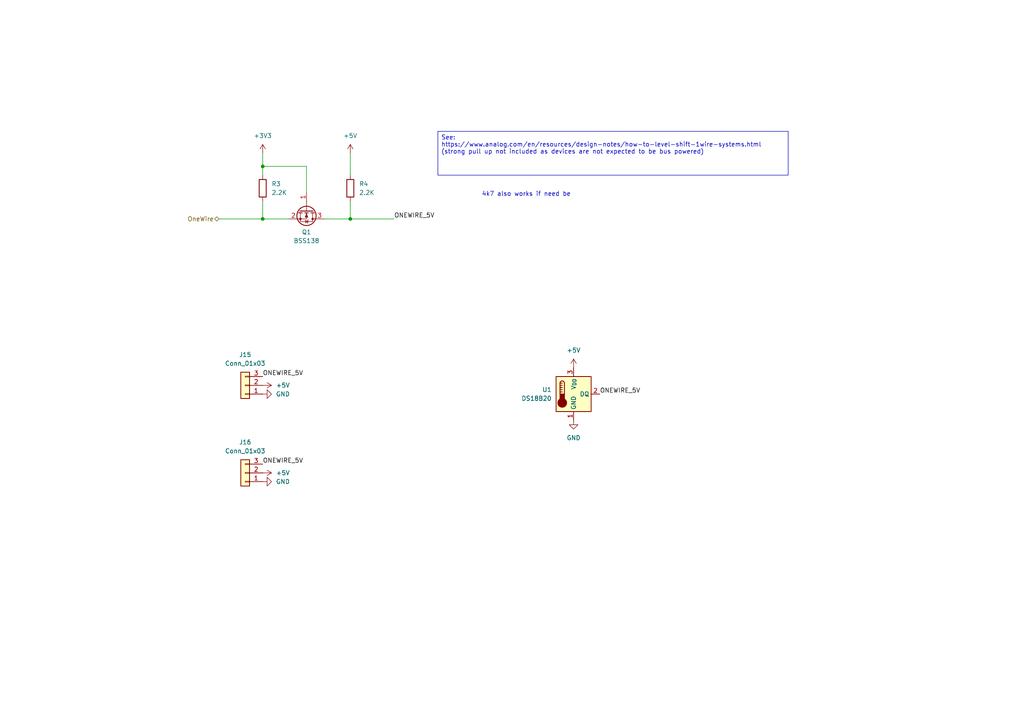
<source format=kicad_sch>
(kicad_sch (version 20231120) (generator "eeschema") (generator_version "8.0")
  (paper "A4")
  (lib_symbols
    (symbol "Connector_Generic:Conn_01x03" (pin_names (offset 1.016) hide)
      (property "Reference" "J" (at 0 5.08 0))
      (property "Value" "Conn_01x03" (at 0 -5.08 0))
      (symbol "Conn_01x03_1_1"
        (rectangle (start -1.27 -2.413) (end 0 -2.667) (stroke (width 0.1524)))
        (rectangle (start -1.27 0.127) (end 0 -0.127) (stroke (width 0.1524)))
        (rectangle (start -1.27 2.667) (end 0 2.413) (stroke (width 0.1524)))
        (rectangle (start -1.27 3.81) (end 1.27 -3.81) (stroke (width 0.254)) (fill (type background)))
        (pin passive line (at -5.08 2.54 0) (length 3.81) (name "Pin_1") (number "1"))
        (pin passive line (at -5.08 0 0) (length 3.81) (name "Pin_2") (number "2"))
        (pin passive line (at -5.08 -2.54 0) (length 3.81) (name "Pin_3") (number "3"))
      )
    )
    (symbol "Device:R" (pin_numbers hide) (pin_names (offset 0))
      (property "Reference" "R" (at 2.032 0 90))
      (property "Value" "R" (at 0 0 90))
      (symbol "R_0_1"
        (rectangle (start -1.016 -2.54) (end 1.016 2.54) (stroke (width 0.254)))
      )
      (symbol "R_1_1"
        (pin passive line (at 0 3.81 270) (length 1.27) (name "~") (number "1"))
        (pin passive line (at 0 -3.81 90) (length 1.27) (name "~") (number "2"))
      )
    )
    (symbol "Sensor_Temperature:DS18B20"
      (property "Reference" "U" (at -3.81 6.35 0))
      (property "Value" "DS18B20" (at 6.35 6.35 0))
      (symbol "DS18B20_0_1"
        (rectangle (start -5.08 5.08) (end 5.08 -5.08) (stroke (width 0.254)) (fill (type background)))
        (circle (center -3.302 -2.54) (radius 1.27) (stroke (width 0.254)) (fill (type outline)))
        (rectangle (start -2.667 -1.905) (end -3.937 0) (stroke (width 0.254)) (fill (type outline)))
        (arc (start -2.667 3.175) (mid -3.302 3.8073) (end -3.937 3.175) (stroke (width 0.254)))
        (polyline (pts (xy -3.937 0.635) (xy -3.302 0.635)) (stroke (width 0.254)))
        (polyline (pts (xy -3.937 1.27) (xy -3.302 1.27)) (stroke (width 0.254)))
        (polyline (pts (xy -3.937 1.905) (xy -3.302 1.905)) (stroke (width 0.254)))
        (polyline (pts (xy -3.937 2.54) (xy -3.302 2.54)) (stroke (width 0.254)))
        (polyline (pts (xy -3.937 3.175) (xy -3.937 0)) (stroke (width 0.254)))
        (polyline (pts (xy -3.937 3.175) (xy -3.302 3.175)) (stroke (width 0.254)))
        (polyline (pts (xy -2.667 3.175) (xy -2.667 0)) (stroke (width 0.254)))
      )
      (symbol "DS18B20_1_1"
        (pin power_in line (at 0 -7.62 90) (length 2.54) (name "GND") (number "1"))
        (pin bidirectional line (at 7.62 0 180) (length 2.54) (name "DQ") (number "2"))
        (pin power_in line (at 0 7.62 270) (length 2.54) (name "V_{DD}") (number "3"))
      )
    )
    (symbol "Transistor_FET:BSS138" (pin_names hide)
      (property "Reference" "Q" (at 5.08 1.905 0))
      (property "Value" "BSS138" (at 5.08 0 0))
      (symbol "BSS138_0_1"
        (polyline (pts (xy 0.254 0) (xy -2.54 0)))
        (polyline (pts (xy 0.254 1.905) (xy 0.254 -1.905)) (stroke (width 0.254)))
        (polyline (pts (xy 0.762 -1.27) (xy 0.762 -2.286)) (stroke (width 0.254)))
        (polyline (pts (xy 0.762 0.508) (xy 0.762 -0.508)) (stroke (width 0.254)))
        (polyline (pts (xy 0.762 2.286) (xy 0.762 1.27)) (stroke (width 0.254)))
        (polyline (pts (xy 2.54 2.54) (xy 2.54 1.778)))
        (polyline (pts (xy 2.54 -2.54) (xy 2.54 0) (xy 0.762 0)))
        (polyline (pts (xy 0.762 -1.778) (xy 3.302 -1.778) (xy 3.302 1.778) (xy 0.762 1.778)))
        (polyline (pts (xy 1.016 0) (xy 2.032 0.381) (xy 2.032 -0.381) (xy 1.016 0)) (fill (type outline)))
        (polyline (pts (xy 2.794 0.508) (xy 2.921 0.381) (xy 3.683 0.381) (xy 3.81 0.254)))
        (polyline (pts (xy 3.302 0.381) (xy 2.921 -0.254) (xy 3.683 -0.254) (xy 3.302 0.381)))
        (circle (center 1.651 0) (radius 2.794) (stroke (width 0.254)))
        (circle (center 2.54 -1.778) (radius 0.254) (fill (type outline)))
        (circle (center 2.54 1.778) (radius 0.254) (fill (type outline)))
      )
      (symbol "BSS138_1_1"
        (pin input line (at -5.08 0 0) (length 2.54) (name "G") (number "1"))
        (pin passive line (at 2.54 -5.08 90) (length 2.54) (name "S") (number "2"))
        (pin passive line (at 2.54 5.08 270) (length 2.54) (name "D") (number "3"))
      )
    )
    (symbol "power:+3V3" (power) (pin_numbers hide) (pin_names (offset 0) hide)
      (property "Value" "+3V3" (at 0 3.556 0))
      (symbol "+3V3_0_1"
        (polyline (pts (xy -0.762 1.27) (xy 0 2.54)))
        (polyline (pts (xy 0 0) (xy 0 2.54)))
        (polyline (pts (xy 0 2.54) (xy 0.762 1.27)))
      )
      (symbol "+3V3_1_1"
        (pin power_in line (at 0 0 90) (length 0) (name "~") (number "1"))
      )
    )
    (symbol "power:+5V" (power) (pin_numbers hide) (pin_names (offset 0) hide)
      (property "Value" "+5V" (at 0 3.556 0))
      (symbol "+5V_0_1"
        (polyline (pts (xy -0.762 1.27) (xy 0 2.54)))
        (polyline (pts (xy 0 0) (xy 0 2.54)))
        (polyline (pts (xy 0 2.54) (xy 0.762 1.27)))
      )
      (symbol "+5V_1_1"
        (pin power_in line (at 0 0 90) (length 0) (name "~") (number "1"))
      )
    )
    (symbol "power:GND" (power) (pin_numbers hide) (pin_names (offset 0) hide)
      (property "Value" "GND" (at 0 -3.81 0))
      (symbol "GND_0_1"
        (polyline (pts (xy 0 0) (xy 0 -1.27) (xy 1.27 -1.27) (xy 0 -2.54) (xy -1.27 -1.27) (xy 0 -1.27)))
      )
      (symbol "GND_1_1"
        (pin power_in line (at 0 0 270) (length 0) (name "~") (number "1"))
      )
    )
  )
  (junction (at 101.6 63.5))
  (junction (at 76.2 48.26))
  (junction (at 76.2 63.5))
  (wire (pts (xy 88.9 48.26) (xy 76.2 48.26)))
  (wire (pts (xy 76.2 58.42) (xy 76.2 63.5)))
  (wire (pts (xy 76.2 44.45) (xy 76.2 48.26)))
  (wire (pts (xy 63.5 63.5) (xy 76.2 63.5)))
  (wire (pts (xy 101.6 63.5) (xy 101.6 58.42)))
  (wire (pts (xy 88.9 55.88) (xy 88.9 48.26)))
  (wire (pts (xy 101.6 63.5) (xy 114.3 63.5)))
  (wire (pts (xy 76.2 63.5) (xy 83.82 63.5)))
  (wire (pts (xy 93.98 63.5) (xy 101.6 63.5)))
  (wire (pts (xy 101.6 44.45) (xy 101.6 50.8)))
  (wire (pts (xy 76.2 48.26) (xy 76.2 50.8)))
  (text_box "See:\nhttps://www.analog.com/en/resources/design-notes/how-to-level-shift-1wire-systems.html\n(strong pull up not included as devices are not expected to be bus powered)" (at 127 38.1 0) (size 101.6 12.7) (effects (font (size 1.27 1.27)) (justify left top)))
  (text "4k7 also works if need be" (at 152.654 56.388 0) (effects (font (size 1.27 1.27))))
  (label "ONEWIRE_5V" (at 173.99 114.3 0))
  (label "ONEWIRE_5V" (at 114.3 63.5 0))
  (label "ONEWIRE_5V" (at 76.2 109.22 0))
  (label "ONEWIRE_5V" (at 76.2 134.62 0))
  (hierarchical_label "OneWire" (shape bidirectional) (at 63.5 63.5 180))
  (symbol (lib_id "power:GND") (at 166.37 121.92 0) (unit 1)
    (property "Reference" "#PWR043" (effects (hide yes)))
    (property "Value" "GND" (at 166.37 127 0))
    (property "Description" "Power symbol creates a global label with name \"GND\" , ground" (effects (hide yes)))
  )
  (symbol (lib_id "power:GND") (at 76.2 114.3 90) (unit 1)
    (property "Reference" "#PWR036" (effects (hide yes)))
    (property "Value" "GND" (at 80.01 114.2999 90) (effects (justify right)))
    (property "Description" "Power symbol creates a global label with name \"GND\" , ground" (effects (hide yes)))
  )
  (symbol (lib_id "power:+5V") (at 101.6 44.45 0) (unit 1)
    (property "Reference" "#PWR041" (effects (hide yes)))
    (property "Value" "+5V" (at 101.6 39.37 0))
    (property "Description" "Power symbol creates a global label with name \"+5V\"" (effects (hide yes)))
  )
  (symbol (lib_id "Transistor_FET:BSS138") (at 88.9 60.96 270) (unit 1)
    (property "Reference" "Q1" (at 88.9 67.31 90))
    (property "Value" "BSS138" (at 88.9 69.85 90))
    (property "Footprint" "Package_TO_SOT_SMD:SOT-23" (effects (hide yes)))
    (property "Datasheet" "https://www.onsemi.com/pub/Collateral/BSS138-D.PDF" (effects (hide yes)))
    (property "Description" "50V Vds, 0.22A Id, N-Channel MOSFET, SOT-23" (effects (hide yes)))
  )
  (symbol (lib_id "power:+3V3") (at 76.2 44.45 0) (unit 1)
    (property "Reference" "#PWR034" (effects (hide yes)))
    (property "Value" "+3V3" (at 76.2 39.37 0))
    (property "Description" "Power symbol creates a global label with name \"+3V3\"" (effects (hide yes)))
  )
  (symbol (lib_id "power:+5V") (at 76.2 137.16 270) (unit 1)
    (property "Reference" "#PWR037" (effects (hide yes)))
    (property "Value" "+5V" (at 80.01 137.1599 90) (effects (justify left)))
    (property "Description" "Power symbol creates a global label with name \"+5V\"" (effects (hide yes)))
  )
  (symbol (lib_id "power:+5V") (at 76.2 111.76 270) (unit 1)
    (property "Reference" "#PWR035" (effects (hide yes)))
    (property "Value" "+5V" (at 80.01 111.7599 90) (effects (justify left)))
    (property "Description" "Power symbol creates a global label with name \"+5V\"" (effects (hide yes)))
  )
  (symbol (lib_id "power:GND") (at 76.2 139.7 90) (unit 1)
    (property "Reference" "#PWR038" (effects (hide yes)))
    (property "Value" "GND" (at 80.01 139.6999 90) (effects (justify right)))
    (property "Description" "Power symbol creates a global label with name \"GND\" , ground" (effects (hide yes)))
  )
  (symbol (lib_id "Sensor_Temperature:DS18B20") (at 166.37 114.3 0) (unit 1)
    (property "Reference" "U1" (at 160.02 113.0299 0) (effects (justify right)))
    (property "Value" "DS18B20" (at 160.02 115.5699 0) (effects (justify right)))
    (property "Footprint" "Package_TO_SOT_THT:TO-92_Inline_Wide" (effects (hide yes)))
    (property "Datasheet" "http://datasheets.maximintegrated.com/en/ds/DS18B20.pdf" (effects (hide yes)))
    (property "Description" "Programmable Resolution 1-Wire Digital Thermometer TO-92" (effects (hide yes)))
  )
  (symbol (lib_id "Connector_Generic:Conn_01x03") (at 71.12 137.16 180) (unit 1)
    (property "Reference" "J16" (at 71.12 128.27 0))
    (property "Value" "Conn_01x03" (at 71.12 130.81 0))
    (property "Footprint" "Connector_PinHeader_2.54mm:PinHeader_1x03_P2.54mm_Vertical" (effects (hide yes)))
    (property "Description" "Generic connector, single row, 01x03, script generated (kicad-library-utils/schlib/autogen/connector/)" (effects (hide yes)))
  )
  (symbol (lib_id "Device:R") (at 76.2 54.61 0) (unit 1)
    (property "Reference" "R3" (at 78.74 53.3399 0) (effects (justify left)))
    (property "Value" "2.2K" (at 78.74 55.8799 0) (effects (justify left)))
    (property "Footprint" "Resistor_SMD:R_0805_2012Metric_Pad1.20x1.40mm_HandSolder" (effects (hide yes)))
    (property "Description" "Resistor" (effects (hide yes)))
  )
  (symbol (lib_id "power:+5V") (at 166.37 106.68 0) (unit 1)
    (property "Reference" "#PWR042" (effects (hide yes)))
    (property "Value" "+5V" (at 166.37 101.6 0))
    (property "Description" "Power symbol creates a global label with name \"+5V\"" (effects (hide yes)))
  )
  (symbol (lib_id "Connector_Generic:Conn_01x03") (at 71.12 111.76 180) (unit 1)
    (property "Reference" "J15" (at 71.12 102.87 0))
    (property "Value" "Conn_01x03" (at 71.12 105.41 0))
    (property "Footprint" "Connector_PinHeader_2.54mm:PinHeader_1x03_P2.54mm_Vertical" (effects (hide yes)))
    (property "Description" "Generic connector, single row, 01x03, script generated (kicad-library-utils/schlib/autogen/connector/)" (effects (hide yes)))
  )
  (symbol (lib_id "Device:R") (at 101.6 54.61 0) (unit 1)
    (property "Reference" "R4" (at 104.14 53.3399 0) (effects (justify left)))
    (property "Value" "2.2K" (at 104.14 55.8799 0) (effects (justify left)))
    (property "Footprint" "Resistor_SMD:R_0805_2012Metric_Pad1.20x1.40mm_HandSolder" (effects (hide yes)))
    (property "Description" "Resistor" (effects (hide yes)))
  )
)
</source>
